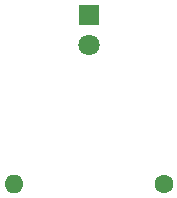
<source format=gts>
%TF.GenerationSoftware,KiCad,Pcbnew,(6.0.5)*%
%TF.CreationDate,2022-05-25T19:28:13+08:00*%
%TF.ProjectId,uinio,75696e69-6f2e-46b6-9963-61645f706362,rev?*%
%TF.SameCoordinates,Original*%
%TF.FileFunction,Soldermask,Top*%
%TF.FilePolarity,Negative*%
%FSLAX46Y46*%
G04 Gerber Fmt 4.6, Leading zero omitted, Abs format (unit mm)*
G04 Created by KiCad (PCBNEW (6.0.5)) date 2022-05-25 19:28:13*
%MOMM*%
%LPD*%
G01*
G04 APERTURE LIST*
%ADD10R,1.800000X1.800000*%
%ADD11C,1.800000*%
%ADD12C,1.600000*%
%ADD13O,1.600000X1.600000*%
G04 APERTURE END LIST*
D10*
%TO.C,D1*%
X178500000Y-74225000D03*
D11*
X178500000Y-76765000D03*
%TD*%
D12*
%TO.C,R1*%
X184850000Y-88500000D03*
D13*
X172150000Y-88500000D03*
%TD*%
M02*

</source>
